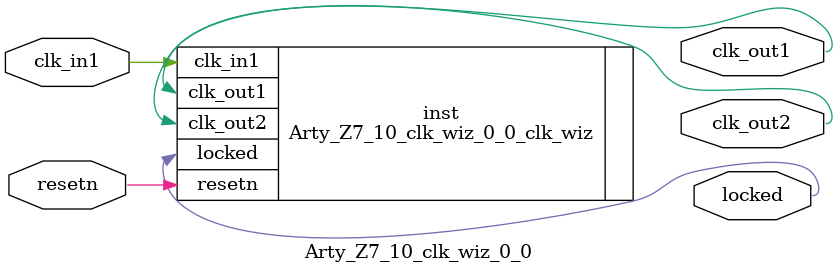
<source format=v>


`timescale 1ps/1ps

(* CORE_GENERATION_INFO = "Arty_Z7_10_clk_wiz_0_0,clk_wiz_v5_4_1_0,{component_name=Arty_Z7_10_clk_wiz_0_0,use_phase_alignment=true,use_min_o_jitter=false,use_max_i_jitter=false,use_dyn_phase_shift=false,use_inclk_switchover=false,use_dyn_reconfig=false,enable_axi=0,feedback_source=FDBK_AUTO,PRIMITIVE=PLL,num_out_clk=2,clkin1_period=8.000,clkin2_period=10.0,use_power_down=false,use_reset=true,use_locked=true,use_inclk_stopped=false,feedback_type=SINGLE,CLOCK_MGR_TYPE=NA,manual_override=false}" *)

module Arty_Z7_10_clk_wiz_0_0 
 (
  // Clock out ports
  output        clk_out1,
  output        clk_out2,
  // Status and control signals
  input         resetn,
  output        locked,
 // Clock in ports
  input         clk_in1
 );

  Arty_Z7_10_clk_wiz_0_0_clk_wiz inst
  (
  // Clock out ports  
  .clk_out1(clk_out1),
  .clk_out2(clk_out2),
  // Status and control signals               
  .resetn(resetn), 
  .locked(locked),
 // Clock in ports
  .clk_in1(clk_in1)
  );

endmodule

</source>
